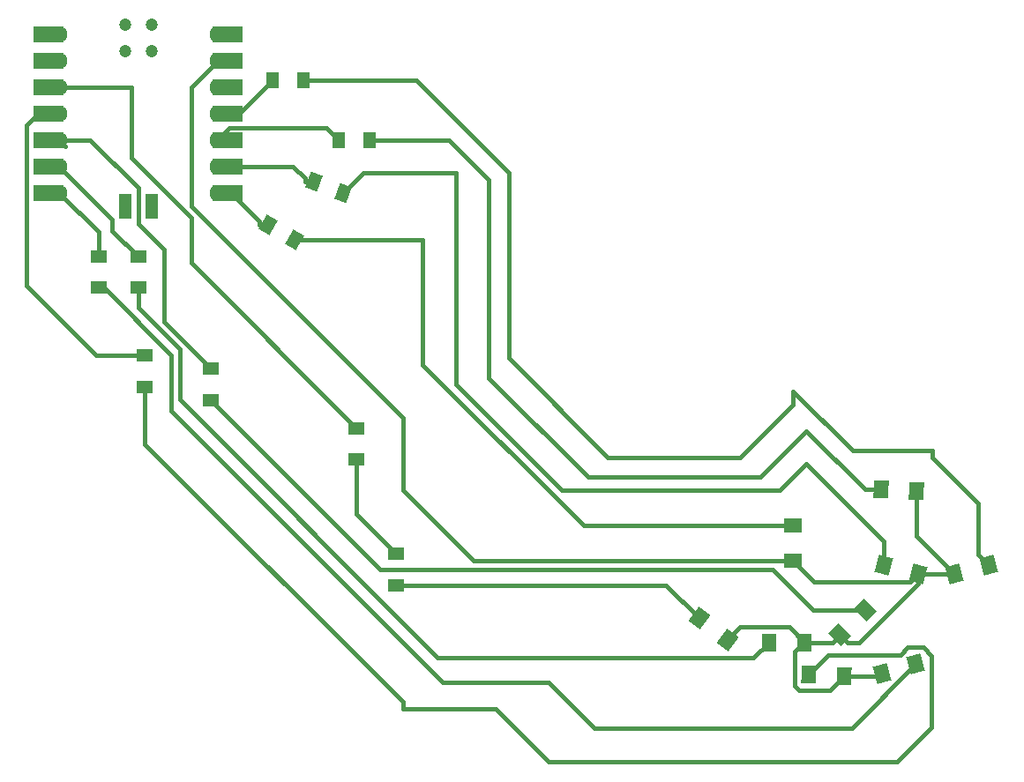
<source format=gbr>
%TF.GenerationSoftware,KiCad,Pcbnew,9.0.5*%
%TF.CreationDate,2025-10-08T01:08:56-04:00*%
%TF.ProjectId,aditi_cat,61646974-695f-4636-9174-2e6b69636164,rev?*%
%TF.SameCoordinates,Original*%
%TF.FileFunction,Copper,L1,Top*%
%TF.FilePolarity,Positive*%
%FSLAX46Y46*%
G04 Gerber Fmt 4.6, Leading zero omitted, Abs format (unit mm)*
G04 Created by KiCad (PCBNEW 9.0.5) date 2025-10-08 01:08:56*
%MOMM*%
%LPD*%
G01*
G04 APERTURE LIST*
G04 Aperture macros list*
%AMRotRect*
0 Rectangle, with rotation*
0 The origin of the aperture is its center*
0 $1 length*
0 $2 width*
0 $3 Rotation angle, in degrees counterclockwise*
0 Add horizontal line*
21,1,$1,$2,0,0,$3*%
G04 Aperture macros list end*
%TA.AperFunction,SMDPad,CuDef*%
%ADD10R,1.600000X1.200000*%
%TD*%
%TA.AperFunction,SMDPad,CuDef*%
%ADD11R,1.200000X1.600000*%
%TD*%
%TA.AperFunction,SMDPad,CuDef*%
%ADD12RotRect,1.200000X1.600000X160.000000*%
%TD*%
%TA.AperFunction,SMDPad,CuDef*%
%ADD13RotRect,1.400000X1.700000X177.000000*%
%TD*%
%TA.AperFunction,SMDPad,CuDef*%
%ADD14RotRect,1.400000X1.700000X45.000000*%
%TD*%
%TA.AperFunction,SMDPad,CuDef*%
%ADD15RotRect,1.400000X1.700000X143.000000*%
%TD*%
%TA.AperFunction,SMDPad,CuDef*%
%ADD16R,1.400000X1.700000*%
%TD*%
%TA.AperFunction,SMDPad,CuDef*%
%ADD17RotRect,1.400000X1.700000X15.000000*%
%TD*%
%TA.AperFunction,SMDPad,CuDef*%
%ADD18RotRect,1.400000X1.700000X165.000000*%
%TD*%
%TA.AperFunction,SMDPad,CuDef*%
%ADD19RotRect,1.400000X1.700000X178.000000*%
%TD*%
%TA.AperFunction,SMDPad,CuDef*%
%ADD20RotRect,1.200000X1.600000X150.000000*%
%TD*%
%TA.AperFunction,SMDPad,CuDef*%
%ADD21R,1.700000X1.400000*%
%TD*%
%TA.AperFunction,SMDPad,CuDef*%
%ADD22C,1.200000*%
%TD*%
%TA.AperFunction,SMDPad,CuDef*%
%ADD23R,1.200000X2.400000*%
%TD*%
%TA.AperFunction,SMDPad,CuDef*%
%ADD24R,3.000000X1.600000*%
%TD*%
%TA.AperFunction,ComponentPad*%
%ADD25C,1.600000*%
%TD*%
%TA.AperFunction,Conductor*%
%ADD26C,0.400000*%
%TD*%
G04 APERTURE END LIST*
D10*
%TO.P,R3,1*%
%TO.N,Net-(D10-A)*%
X139065000Y-154535000D03*
%TO.P,R3,2*%
%TO.N,Net-(R3-Pad2)*%
X139065000Y-151535000D03*
%TD*%
D11*
%TO.P,R9,2*%
%TO.N,Net-(M1-D10)*%
X127175000Y-106045000D03*
%TO.P,R9,1*%
%TO.N,Net-(D7-A)*%
X130175000Y-106045000D03*
%TD*%
D12*
%TO.P,R1,2*%
%TO.N,Net-(M1-D8)*%
X131165922Y-115813940D03*
%TO.P,R1,1*%
%TO.N,Net-(D6-A)*%
X133985000Y-116840000D03*
%TD*%
D11*
%TO.P,R10,2*%
%TO.N,Net-(M1-D9)*%
X133525000Y-111760000D03*
%TO.P,R10,1*%
%TO.N,Net-(D2-A)*%
X136525000Y-111760000D03*
%TD*%
D13*
%TO.P,D2,2,A*%
%TO.N,Net-(D2-A)*%
X185627330Y-145326029D03*
%TO.P,D2,1,K*%
%TO.N,GND*%
X189022670Y-145503971D03*
%TD*%
D14*
%TO.P,D8,2,A*%
%TO.N,Net-(D8-A)*%
X184082082Y-156912918D03*
%TO.P,D8,1,K*%
%TO.N,GND*%
X181677918Y-159317082D03*
%TD*%
D10*
%TO.P,R8,1*%
%TO.N,Net-(D4-A)*%
X110490000Y-125960000D03*
%TO.P,R8,2*%
%TO.N,Net-(M1-D6)*%
X110490000Y-122960000D03*
%TD*%
%TO.P,R7,1*%
%TO.N,Net-(D9-A)*%
X114300000Y-125960000D03*
%TO.P,R7,2*%
%TO.N,Net-(M1-D5)*%
X114300000Y-122960000D03*
%TD*%
%TO.P,R6,1*%
%TO.N,Net-(R3-Pad2)*%
X135255000Y-142470000D03*
%TO.P,R6,2*%
%TO.N,Net-(M1-D2)*%
X135255000Y-139470000D03*
%TD*%
%TO.P,R5,1*%
%TO.N,Net-(D5-A)*%
X114935000Y-135485000D03*
%TO.P,R5,2*%
%TO.N,Net-(M1-D3)*%
X114935000Y-132485000D03*
%TD*%
%TO.P,R4,1*%
%TO.N,Net-(D8-A)*%
X121285000Y-136755000D03*
%TO.P,R4,2*%
%TO.N,Net-(M1-D4)*%
X121285000Y-133755000D03*
%TD*%
D15*
%TO.P,D10,1,K*%
%TO.N,GND*%
X170902681Y-159773087D03*
%TO.P,D10,2,A*%
%TO.N,Net-(D10-A)*%
X168187319Y-157726913D03*
%TD*%
D16*
%TO.P,D9,1,K*%
%TO.N,GND*%
X178230000Y-160020000D03*
%TO.P,D9,2,A*%
%TO.N,Net-(D9-A)*%
X174830000Y-160020000D03*
%TD*%
D17*
%TO.P,D7,1,K*%
%TO.N,GND*%
X192667927Y-153474992D03*
%TO.P,D7,2,A*%
%TO.N,Net-(D7-A)*%
X195952073Y-152595008D03*
%TD*%
D18*
%TO.P,D6,1,K*%
%TO.N,GND*%
X189172074Y-153474992D03*
%TO.P,D6,2,A*%
%TO.N,Net-(D6-A)*%
X185887926Y-152595008D03*
%TD*%
D19*
%TO.P,D5,1,K*%
%TO.N,GND*%
X182038964Y-163254329D03*
%TO.P,D5,2,A*%
%TO.N,Net-(D5-A)*%
X178641036Y-163135671D03*
%TD*%
D17*
%TO.P,D4,1,K*%
%TO.N,GND*%
X185682926Y-162999992D03*
%TO.P,D4,2,A*%
%TO.N,Net-(D4-A)*%
X188967074Y-162120008D03*
%TD*%
D20*
%TO.P,R2,1*%
%TO.N,Net-(D1-A)*%
X129339038Y-121400000D03*
%TO.P,R2,2*%
%TO.N,Net-(M1-D7)*%
X126740962Y-119900000D03*
%TD*%
D21*
%TO.P,D1,1,K*%
%TO.N,GND*%
X177165000Y-152195000D03*
%TO.P,D1,2,A*%
%TO.N,Net-(D1-A)*%
X177165000Y-148795000D03*
%TD*%
D22*
%TO.P,M1,20,SWCLK*%
%TO.N,unconnected-(M1-SWCLK-Pad20)*%
X115570000Y-100720000D03*
%TO.P,M1,19,GND*%
%TO.N,unconnected-(M1-GND-Pad19)*%
X115570000Y-103260000D03*
%TO.P,M1,18,RESET*%
%TO.N,unconnected-(M1-RESET-Pad18)*%
X113030000Y-103260000D03*
%TO.P,M1,17,SWDIO*%
%TO.N,unconnected-(M1-SWDIO-Pad17)*%
X113030000Y-100720000D03*
D23*
%TO.P,M1,16,VIN*%
%TO.N,unconnected-(M1-VIN-Pad16)*%
X113035000Y-118110000D03*
%TO.P,M1,15,GND*%
%TO.N,unconnected-(M1-GND-Pad15)*%
X115575000Y-118110000D03*
D24*
%TO.P,M1,14,5V*%
%TO.N,unconnected-(M1-5V-Pad14)*%
X122920000Y-101600000D03*
D25*
X121920000Y-101600000D03*
D24*
%TO.P,M1,13,GND*%
%TO.N,GND*%
X122920000Y-104140000D03*
D25*
X121920000Y-104140000D03*
D24*
%TO.P,M1,12,3V3*%
%TO.N,unconnected-(M1-3V3-Pad12)*%
X122920000Y-106680000D03*
D25*
X121920000Y-106680000D03*
D24*
%TO.P,M1,11,D10*%
%TO.N,Net-(M1-D10)*%
X122920000Y-109220000D03*
D25*
X121920000Y-109220000D03*
D24*
%TO.P,M1,10,D9*%
%TO.N,Net-(M1-D9)*%
X122920000Y-111760000D03*
D25*
X121920000Y-111760000D03*
D24*
%TO.P,M1,9,D8*%
%TO.N,Net-(M1-D8)*%
X122920000Y-114300000D03*
D25*
X121920000Y-114300000D03*
D24*
%TO.P,M1,8,D7*%
%TO.N,Net-(M1-D7)*%
X122920000Y-116840000D03*
D25*
X121920000Y-116840000D03*
D24*
%TO.P,M1,7,D6*%
%TO.N,Net-(M1-D6)*%
X105685000Y-116840000D03*
D25*
X106685000Y-116840000D03*
D24*
%TO.P,M1,6,D5*%
%TO.N,Net-(M1-D5)*%
X105685000Y-114300000D03*
D25*
X106685000Y-114300000D03*
D24*
%TO.P,M1,5,D4*%
%TO.N,Net-(M1-D4)*%
X105685000Y-111760000D03*
D25*
X106685000Y-111760000D03*
D24*
%TO.P,M1,4,D3*%
%TO.N,Net-(M1-D3)*%
X105685000Y-109220000D03*
D25*
X106685000Y-109220000D03*
D24*
%TO.P,M1,3,D2*%
%TO.N,Net-(M1-D2)*%
X105685000Y-106680000D03*
D25*
X106685000Y-106680000D03*
D24*
%TO.P,M1,2,D1*%
%TO.N,unconnected-(M1-D1-Pad2)*%
X105685000Y-104140000D03*
D25*
X106685000Y-104140000D03*
D24*
%TO.P,M1,1,D0*%
%TO.N,unconnected-(M1-D0-Pad1)*%
X105685000Y-101600000D03*
D25*
X106685000Y-101600000D03*
%TD*%
D26*
%TO.N,Net-(D5-A)*%
X178641036Y-163135671D02*
X180545507Y-161231200D01*
X187469930Y-161231200D02*
X188184332Y-160516798D01*
X189672170Y-160516798D02*
X190464218Y-161308846D01*
X188184332Y-160516798D02*
X189672170Y-160516798D01*
X148590000Y-166370000D02*
X139700000Y-166370000D01*
X190464218Y-161308846D02*
X190464218Y-168173567D01*
X190464218Y-168173567D02*
X187187785Y-171450000D01*
X180545507Y-161231200D02*
X187469930Y-161231200D01*
X187187785Y-171450000D02*
X153670000Y-171450000D01*
X153670000Y-171450000D02*
X148590000Y-166370000D01*
X139700000Y-166370000D02*
X139700000Y-165735000D01*
X114935000Y-140970000D02*
X114935000Y-135485000D01*
X139700000Y-165735000D02*
X114935000Y-140970000D01*
%TO.N,Net-(D4-A)*%
X188967074Y-162120008D02*
X182812082Y-168275000D01*
X117475000Y-137795000D02*
X117475000Y-132423000D01*
X117475000Y-132423000D02*
X111012000Y-125960000D01*
X143510000Y-163830000D02*
X117475000Y-137795000D01*
X111012000Y-125960000D02*
X110490000Y-125960000D01*
X182812082Y-168275000D02*
X158115000Y-168275000D01*
X158115000Y-168275000D02*
X153670000Y-163830000D01*
X153670000Y-163830000D02*
X143510000Y-163830000D01*
%TO.N,GND*%
X182038964Y-163254329D02*
X180682710Y-164610583D01*
X180682710Y-164610583D02*
X177711714Y-164610583D01*
X177711714Y-164610583D02*
X177310798Y-164209667D01*
X177310798Y-164209667D02*
X177310798Y-160939202D01*
X177310798Y-160939202D02*
X178230000Y-160020000D01*
X178230000Y-160020000D02*
X180975000Y-160020000D01*
X180975000Y-160020000D02*
X181677918Y-159317082D01*
X182038964Y-163254329D02*
X185428589Y-163254329D01*
X185428589Y-163254329D02*
X185682926Y-162999992D01*
X182380836Y-160020000D02*
X183507051Y-160020000D01*
X181677918Y-159317082D02*
X182380836Y-160020000D01*
X189172074Y-154354977D02*
X189172074Y-153474992D01*
X183507051Y-160020000D02*
X189172074Y-154354977D01*
%TO.N,Net-(R3-Pad2)*%
X135255000Y-142470000D02*
X135255000Y-147725000D01*
X135255000Y-147725000D02*
X139065000Y-151535000D01*
X139065000Y-151535000D02*
X139065000Y-151130000D01*
%TO.N,GND*%
X170902681Y-159773087D02*
X172106768Y-158569000D01*
X172106768Y-158569000D02*
X176779000Y-158569000D01*
X176779000Y-158569000D02*
X178230000Y-160020000D01*
%TO.N,Net-(D9-A)*%
X174830000Y-160020000D02*
X173375802Y-161474198D01*
X173375802Y-161474198D02*
X143059198Y-161474198D01*
X118276000Y-131878786D02*
X114300000Y-127902786D01*
X114300000Y-127902786D02*
X114300000Y-125960000D01*
X143059198Y-161474198D02*
X118276000Y-136691000D01*
X118276000Y-136691000D02*
X118276000Y-131878786D01*
%TO.N,GND*%
X192667927Y-153474992D02*
X189172074Y-153474992D01*
X189022670Y-145503971D02*
X189022670Y-149829735D01*
X189022670Y-149829735D02*
X192667927Y-153474992D01*
X189172074Y-153474992D02*
X188448848Y-154198218D01*
X188448848Y-154198218D02*
X179168218Y-154198218D01*
X179168218Y-154198218D02*
X177165000Y-152195000D01*
%TO.N,Net-(D10-A)*%
X139065000Y-154535000D02*
X164995406Y-154535000D01*
X164995406Y-154535000D02*
X168187319Y-157726913D01*
%TO.N,GND*%
X177165000Y-152195000D02*
X146480000Y-152195000D01*
X146480000Y-152195000D02*
X139700000Y-145415000D01*
X139700000Y-138430000D02*
X119380000Y-118110000D01*
X139700000Y-145415000D02*
X139700000Y-138430000D01*
X119380000Y-106680000D02*
X121920000Y-104140000D01*
X119380000Y-118110000D02*
X119380000Y-106680000D01*
%TO.N,Net-(M1-D2)*%
X106685000Y-106680000D02*
X113665000Y-106680000D01*
X113665000Y-106680000D02*
X113665000Y-113527786D01*
X113665000Y-113527786D02*
X119380000Y-119242786D01*
X119380000Y-119242786D02*
X119380000Y-123595000D01*
X119380000Y-123595000D02*
X135255000Y-139470000D01*
%TO.N,Net-(D6-A)*%
X133985000Y-116840000D02*
X135890000Y-114935000D01*
X135890000Y-114935000D02*
X144780000Y-114935000D01*
%TO.N,Net-(M1-D8)*%
X121920000Y-114300000D02*
X129182768Y-114300000D01*
X130364922Y-115482154D02*
X130364922Y-115813940D01*
X129182768Y-114300000D02*
X130364922Y-115482154D01*
%TO.N,Net-(D1-A)*%
X177165000Y-148795000D02*
X157050000Y-148795000D01*
X157050000Y-148795000D02*
X141605000Y-133350000D01*
X141605000Y-133350000D02*
X141605000Y-121400000D01*
X141605000Y-121400000D02*
X129339038Y-121400000D01*
%TO.N,Net-(M1-D7)*%
X121920000Y-116840000D02*
X123211748Y-116840000D01*
X123211748Y-116840000D02*
X125939962Y-119568214D01*
X125939962Y-119568214D02*
X125939962Y-119900000D01*
%TO.N,Net-(D6-A)*%
X144780000Y-135255000D02*
X144780000Y-114935000D01*
X185887926Y-150327926D02*
X178435000Y-142875000D01*
X178435000Y-142875000D02*
X175895000Y-145415000D01*
X154940000Y-145415000D02*
X144780000Y-135255000D01*
X185887926Y-152595008D02*
X185887926Y-150327926D01*
X175895000Y-145415000D02*
X154940000Y-145415000D01*
%TO.N,Net-(D2-A)*%
X147955000Y-134620000D02*
X147955000Y-115570000D01*
X144145000Y-111760000D02*
X136525000Y-111760000D01*
X184061029Y-145326029D02*
X178435000Y-139700000D01*
X173990000Y-144145000D02*
X157480000Y-144145000D01*
X157480000Y-144145000D02*
X147955000Y-134620000D01*
X185627330Y-145326029D02*
X184061029Y-145326029D01*
X147955000Y-115570000D02*
X144145000Y-111760000D01*
X178435000Y-139700000D02*
X173990000Y-144145000D01*
%TO.N,Net-(M1-D9)*%
X121920000Y-111760000D02*
X123059000Y-110621000D01*
X123059000Y-110621000D02*
X132386000Y-110621000D01*
X132386000Y-110621000D02*
X133525000Y-111760000D01*
%TO.N,Net-(M1-D10)*%
X121920000Y-109220000D02*
X124000000Y-109220000D01*
X124000000Y-109220000D02*
X127175000Y-106045000D01*
%TO.N,Net-(D7-A)*%
X149860000Y-114935000D02*
X149860000Y-132715000D01*
X130000000Y-106220000D02*
X130175000Y-106045000D01*
X172085000Y-142240000D02*
X177165000Y-137160000D01*
X177165000Y-135890000D02*
X182880000Y-141605000D01*
X140970000Y-106045000D02*
X149860000Y-114935000D01*
X130175000Y-106045000D02*
X140970000Y-106045000D01*
X194945000Y-146685000D02*
X194945000Y-151587935D01*
X149860000Y-132715000D02*
X159385000Y-142240000D01*
X159385000Y-142240000D02*
X172085000Y-142240000D01*
X177165000Y-137160000D02*
X177165000Y-135890000D01*
X194945000Y-151587935D02*
X195952073Y-152595008D01*
X182880000Y-141605000D02*
X190500000Y-141605000D01*
X190500000Y-141605000D02*
X190500000Y-142240000D01*
X190500000Y-142240000D02*
X194945000Y-146685000D01*
%TO.N,Net-(D8-A)*%
X184082082Y-156912918D02*
X179130918Y-156912918D01*
X179130918Y-156912918D02*
X175214000Y-152996000D01*
X175214000Y-152996000D02*
X137526000Y-152996000D01*
X137526000Y-152996000D02*
X121285000Y-136755000D01*
%TO.N,Net-(M1-D4)*%
X121285000Y-133755000D02*
X116776000Y-129246000D01*
X116776000Y-129246000D02*
X116776000Y-122313000D01*
X109687000Y-111760000D02*
X106685000Y-111760000D01*
X116776000Y-122313000D02*
X114300000Y-119837000D01*
X114300000Y-119837000D02*
X114300000Y-116373000D01*
X114300000Y-116373000D02*
X109687000Y-111760000D01*
%TO.N,Net-(M1-D3)*%
X114935000Y-132485000D02*
X110260000Y-132485000D01*
X104723000Y-109220000D02*
X106685000Y-109220000D01*
X110260000Y-132485000D02*
X103584000Y-125809000D01*
X103584000Y-125809000D02*
X103584000Y-110359000D01*
X103584000Y-110359000D02*
X104723000Y-109220000D01*
%TO.N,Net-(M1-D4)*%
X107320000Y-112395000D02*
X106685000Y-111760000D01*
%TO.N,Net-(M1-D5)*%
X114300000Y-122960000D02*
X111834000Y-120494000D01*
X111834000Y-120494000D02*
X111834000Y-119449000D01*
X111834000Y-119449000D02*
X106685000Y-114300000D01*
%TO.N,Net-(M1-D6)*%
X110490000Y-122960000D02*
X110490000Y-120645000D01*
X110490000Y-120645000D02*
X106685000Y-116840000D01*
%TD*%
M02*

</source>
